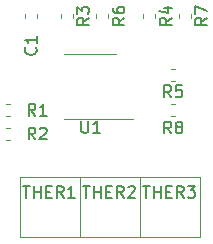
<source format=gbr>
%TF.GenerationSoftware,KiCad,Pcbnew,5.1.6+dfsg1-1*%
%TF.CreationDate,2020-09-13T10:33:18+10:00*%
%TF.ProjectId,thermistor-to-digispark,74686572-6d69-4737-946f-722d61646170,rev?*%
%TF.SameCoordinates,Original*%
%TF.FileFunction,Legend,Top*%
%TF.FilePolarity,Positive*%
%FSLAX46Y46*%
G04 Gerber Fmt 4.6, Leading zero omitted, Abs format (unit mm)*
G04 Created by KiCad (PCBNEW 5.1.6+dfsg1-1) date 2020-09-13 10:33:18*
%MOMM*%
%LPD*%
G01*
G04 APERTURE LIST*
%ADD10C,0.120000*%
%ADD11C,0.150000*%
G04 APERTURE END LIST*
D10*
X142240000Y-111760000D02*
X137160000Y-111760000D01*
X142240000Y-106680000D02*
X142240000Y-111760000D01*
X137160000Y-106680000D02*
X142240000Y-106680000D01*
X137160000Y-111760000D02*
X132080000Y-111760000D01*
X137160000Y-106680000D02*
X137160000Y-111760000D01*
X132080000Y-106680000D02*
X137160000Y-106680000D01*
X127000000Y-111760000D02*
X127000000Y-106680000D01*
X132080000Y-111760000D02*
X127000000Y-111760000D01*
X132080000Y-106680000D02*
X132080000Y-111760000D01*
X127000000Y-106680000D02*
X132080000Y-106680000D01*
D11*
X137461904Y-107402380D02*
X138033333Y-107402380D01*
X137747619Y-108402380D02*
X137747619Y-107402380D01*
X138366666Y-108402380D02*
X138366666Y-107402380D01*
X138366666Y-107878571D02*
X138938095Y-107878571D01*
X138938095Y-108402380D02*
X138938095Y-107402380D01*
X139414285Y-107878571D02*
X139747619Y-107878571D01*
X139890476Y-108402380D02*
X139414285Y-108402380D01*
X139414285Y-107402380D01*
X139890476Y-107402380D01*
X140890476Y-108402380D02*
X140557142Y-107926190D01*
X140319047Y-108402380D02*
X140319047Y-107402380D01*
X140700000Y-107402380D01*
X140795238Y-107450000D01*
X140842857Y-107497619D01*
X140890476Y-107592857D01*
X140890476Y-107735714D01*
X140842857Y-107830952D01*
X140795238Y-107878571D01*
X140700000Y-107926190D01*
X140319047Y-107926190D01*
X141223809Y-107402380D02*
X141842857Y-107402380D01*
X141509523Y-107783333D01*
X141652380Y-107783333D01*
X141747619Y-107830952D01*
X141795238Y-107878571D01*
X141842857Y-107973809D01*
X141842857Y-108211904D01*
X141795238Y-108307142D01*
X141747619Y-108354761D01*
X141652380Y-108402380D01*
X141366666Y-108402380D01*
X141271428Y-108354761D01*
X141223809Y-108307142D01*
X132381904Y-107402380D02*
X132953333Y-107402380D01*
X132667619Y-108402380D02*
X132667619Y-107402380D01*
X133286666Y-108402380D02*
X133286666Y-107402380D01*
X133286666Y-107878571D02*
X133858095Y-107878571D01*
X133858095Y-108402380D02*
X133858095Y-107402380D01*
X134334285Y-107878571D02*
X134667619Y-107878571D01*
X134810476Y-108402380D02*
X134334285Y-108402380D01*
X134334285Y-107402380D01*
X134810476Y-107402380D01*
X135810476Y-108402380D02*
X135477142Y-107926190D01*
X135239047Y-108402380D02*
X135239047Y-107402380D01*
X135620000Y-107402380D01*
X135715238Y-107450000D01*
X135762857Y-107497619D01*
X135810476Y-107592857D01*
X135810476Y-107735714D01*
X135762857Y-107830952D01*
X135715238Y-107878571D01*
X135620000Y-107926190D01*
X135239047Y-107926190D01*
X136191428Y-107497619D02*
X136239047Y-107450000D01*
X136334285Y-107402380D01*
X136572380Y-107402380D01*
X136667619Y-107450000D01*
X136715238Y-107497619D01*
X136762857Y-107592857D01*
X136762857Y-107688095D01*
X136715238Y-107830952D01*
X136143809Y-108402380D01*
X136762857Y-108402380D01*
X127301904Y-107402380D02*
X127873333Y-107402380D01*
X127587619Y-108402380D02*
X127587619Y-107402380D01*
X128206666Y-108402380D02*
X128206666Y-107402380D01*
X128206666Y-107878571D02*
X128778095Y-107878571D01*
X128778095Y-108402380D02*
X128778095Y-107402380D01*
X129254285Y-107878571D02*
X129587619Y-107878571D01*
X129730476Y-108402380D02*
X129254285Y-108402380D01*
X129254285Y-107402380D01*
X129730476Y-107402380D01*
X130730476Y-108402380D02*
X130397142Y-107926190D01*
X130159047Y-108402380D02*
X130159047Y-107402380D01*
X130540000Y-107402380D01*
X130635238Y-107450000D01*
X130682857Y-107497619D01*
X130730476Y-107592857D01*
X130730476Y-107735714D01*
X130682857Y-107830952D01*
X130635238Y-107878571D01*
X130540000Y-107926190D01*
X130159047Y-107926190D01*
X131682857Y-108402380D02*
X131111428Y-108402380D01*
X131397142Y-108402380D02*
X131397142Y-107402380D01*
X131301904Y-107545238D01*
X131206666Y-107640476D01*
X131111428Y-107688095D01*
D10*
%TO.C,R8*%
X139828733Y-100490000D02*
X140171267Y-100490000D01*
X139828733Y-101510000D02*
X140171267Y-101510000D01*
%TO.C,R7*%
X141510000Y-92828733D02*
X141510000Y-93171267D01*
X140490000Y-92828733D02*
X140490000Y-93171267D01*
%TO.C,R6*%
X134510000Y-92828733D02*
X134510000Y-93171267D01*
X133490000Y-92828733D02*
X133490000Y-93171267D01*
%TO.C,R2*%
X125837221Y-102490000D02*
X126162779Y-102490000D01*
X125837221Y-103510000D02*
X126162779Y-103510000D01*
%TO.C,R1*%
X125837221Y-100490000D02*
X126162779Y-100490000D01*
X125837221Y-101510000D02*
X126162779Y-101510000D01*
%TO.C,R5*%
X140171267Y-98510000D02*
X139828733Y-98510000D01*
X140171267Y-97490000D02*
X139828733Y-97490000D01*
%TO.C,R4*%
X138510000Y-92828733D02*
X138510000Y-93171267D01*
X137490000Y-92828733D02*
X137490000Y-93171267D01*
%TO.C,R3*%
X131510000Y-92828733D02*
X131510000Y-93171267D01*
X130490000Y-92828733D02*
X130490000Y-93171267D01*
%TO.C,C1*%
X127490000Y-93162779D02*
X127490000Y-92837221D01*
X128510000Y-93162779D02*
X128510000Y-92837221D01*
%TO.C,U1*%
X133000000Y-96265000D02*
X130800000Y-96265000D01*
X133000000Y-96265000D02*
X135200000Y-96265000D01*
X133000000Y-101735000D02*
X130800000Y-101735000D01*
X133000000Y-101735000D02*
X136600000Y-101735000D01*
%TO.C,R8*%
D11*
X139833333Y-102952380D02*
X139500000Y-102476190D01*
X139261904Y-102952380D02*
X139261904Y-101952380D01*
X139642857Y-101952380D01*
X139738095Y-102000000D01*
X139785714Y-102047619D01*
X139833333Y-102142857D01*
X139833333Y-102285714D01*
X139785714Y-102380952D01*
X139738095Y-102428571D01*
X139642857Y-102476190D01*
X139261904Y-102476190D01*
X140404761Y-102380952D02*
X140309523Y-102333333D01*
X140261904Y-102285714D01*
X140214285Y-102190476D01*
X140214285Y-102142857D01*
X140261904Y-102047619D01*
X140309523Y-102000000D01*
X140404761Y-101952380D01*
X140595238Y-101952380D01*
X140690476Y-102000000D01*
X140738095Y-102047619D01*
X140785714Y-102142857D01*
X140785714Y-102190476D01*
X140738095Y-102285714D01*
X140690476Y-102333333D01*
X140595238Y-102380952D01*
X140404761Y-102380952D01*
X140309523Y-102428571D01*
X140261904Y-102476190D01*
X140214285Y-102571428D01*
X140214285Y-102761904D01*
X140261904Y-102857142D01*
X140309523Y-102904761D01*
X140404761Y-102952380D01*
X140595238Y-102952380D01*
X140690476Y-102904761D01*
X140738095Y-102857142D01*
X140785714Y-102761904D01*
X140785714Y-102571428D01*
X140738095Y-102476190D01*
X140690476Y-102428571D01*
X140595238Y-102380952D01*
%TO.C,R7*%
X142882380Y-93166666D02*
X142406190Y-93500000D01*
X142882380Y-93738095D02*
X141882380Y-93738095D01*
X141882380Y-93357142D01*
X141930000Y-93261904D01*
X141977619Y-93214285D01*
X142072857Y-93166666D01*
X142215714Y-93166666D01*
X142310952Y-93214285D01*
X142358571Y-93261904D01*
X142406190Y-93357142D01*
X142406190Y-93738095D01*
X141882380Y-92833333D02*
X141882380Y-92166666D01*
X142882380Y-92595238D01*
%TO.C,R6*%
X135882380Y-93166666D02*
X135406190Y-93500000D01*
X135882380Y-93738095D02*
X134882380Y-93738095D01*
X134882380Y-93357142D01*
X134930000Y-93261904D01*
X134977619Y-93214285D01*
X135072857Y-93166666D01*
X135215714Y-93166666D01*
X135310952Y-93214285D01*
X135358571Y-93261904D01*
X135406190Y-93357142D01*
X135406190Y-93738095D01*
X134882380Y-92309523D02*
X134882380Y-92500000D01*
X134930000Y-92595238D01*
X134977619Y-92642857D01*
X135120476Y-92738095D01*
X135310952Y-92785714D01*
X135691904Y-92785714D01*
X135787142Y-92738095D01*
X135834761Y-92690476D01*
X135882380Y-92595238D01*
X135882380Y-92404761D01*
X135834761Y-92309523D01*
X135787142Y-92261904D01*
X135691904Y-92214285D01*
X135453809Y-92214285D01*
X135358571Y-92261904D01*
X135310952Y-92309523D01*
X135263333Y-92404761D01*
X135263333Y-92595238D01*
X135310952Y-92690476D01*
X135358571Y-92738095D01*
X135453809Y-92785714D01*
%TO.C,R2*%
X128333333Y-103452380D02*
X128000000Y-102976190D01*
X127761904Y-103452380D02*
X127761904Y-102452380D01*
X128142857Y-102452380D01*
X128238095Y-102500000D01*
X128285714Y-102547619D01*
X128333333Y-102642857D01*
X128333333Y-102785714D01*
X128285714Y-102880952D01*
X128238095Y-102928571D01*
X128142857Y-102976190D01*
X127761904Y-102976190D01*
X128714285Y-102547619D02*
X128761904Y-102500000D01*
X128857142Y-102452380D01*
X129095238Y-102452380D01*
X129190476Y-102500000D01*
X129238095Y-102547619D01*
X129285714Y-102642857D01*
X129285714Y-102738095D01*
X129238095Y-102880952D01*
X128666666Y-103452380D01*
X129285714Y-103452380D01*
%TO.C,R1*%
X128333333Y-101452380D02*
X128000000Y-100976190D01*
X127761904Y-101452380D02*
X127761904Y-100452380D01*
X128142857Y-100452380D01*
X128238095Y-100500000D01*
X128285714Y-100547619D01*
X128333333Y-100642857D01*
X128333333Y-100785714D01*
X128285714Y-100880952D01*
X128238095Y-100928571D01*
X128142857Y-100976190D01*
X127761904Y-100976190D01*
X129285714Y-101452380D02*
X128714285Y-101452380D01*
X129000000Y-101452380D02*
X129000000Y-100452380D01*
X128904761Y-100595238D01*
X128809523Y-100690476D01*
X128714285Y-100738095D01*
%TO.C,R5*%
X139833333Y-99882380D02*
X139500000Y-99406190D01*
X139261904Y-99882380D02*
X139261904Y-98882380D01*
X139642857Y-98882380D01*
X139738095Y-98930000D01*
X139785714Y-98977619D01*
X139833333Y-99072857D01*
X139833333Y-99215714D01*
X139785714Y-99310952D01*
X139738095Y-99358571D01*
X139642857Y-99406190D01*
X139261904Y-99406190D01*
X140738095Y-98882380D02*
X140261904Y-98882380D01*
X140214285Y-99358571D01*
X140261904Y-99310952D01*
X140357142Y-99263333D01*
X140595238Y-99263333D01*
X140690476Y-99310952D01*
X140738095Y-99358571D01*
X140785714Y-99453809D01*
X140785714Y-99691904D01*
X140738095Y-99787142D01*
X140690476Y-99834761D01*
X140595238Y-99882380D01*
X140357142Y-99882380D01*
X140261904Y-99834761D01*
X140214285Y-99787142D01*
%TO.C,R4*%
X139882380Y-93166666D02*
X139406190Y-93500000D01*
X139882380Y-93738095D02*
X138882380Y-93738095D01*
X138882380Y-93357142D01*
X138930000Y-93261904D01*
X138977619Y-93214285D01*
X139072857Y-93166666D01*
X139215714Y-93166666D01*
X139310952Y-93214285D01*
X139358571Y-93261904D01*
X139406190Y-93357142D01*
X139406190Y-93738095D01*
X139215714Y-92309523D02*
X139882380Y-92309523D01*
X138834761Y-92547619D02*
X139549047Y-92785714D01*
X139549047Y-92166666D01*
%TO.C,R3*%
X132882380Y-93166666D02*
X132406190Y-93500000D01*
X132882380Y-93738095D02*
X131882380Y-93738095D01*
X131882380Y-93357142D01*
X131930000Y-93261904D01*
X131977619Y-93214285D01*
X132072857Y-93166666D01*
X132215714Y-93166666D01*
X132310952Y-93214285D01*
X132358571Y-93261904D01*
X132406190Y-93357142D01*
X132406190Y-93738095D01*
X131882380Y-92833333D02*
X131882380Y-92214285D01*
X132263333Y-92547619D01*
X132263333Y-92404761D01*
X132310952Y-92309523D01*
X132358571Y-92261904D01*
X132453809Y-92214285D01*
X132691904Y-92214285D01*
X132787142Y-92261904D01*
X132834761Y-92309523D01*
X132882380Y-92404761D01*
X132882380Y-92690476D01*
X132834761Y-92785714D01*
X132787142Y-92833333D01*
%TO.C,C1*%
X128357142Y-95666666D02*
X128404761Y-95714285D01*
X128452380Y-95857142D01*
X128452380Y-95952380D01*
X128404761Y-96095238D01*
X128309523Y-96190476D01*
X128214285Y-96238095D01*
X128023809Y-96285714D01*
X127880952Y-96285714D01*
X127690476Y-96238095D01*
X127595238Y-96190476D01*
X127500000Y-96095238D01*
X127452380Y-95952380D01*
X127452380Y-95857142D01*
X127500000Y-95714285D01*
X127547619Y-95666666D01*
X128452380Y-94714285D02*
X128452380Y-95285714D01*
X128452380Y-95000000D02*
X127452380Y-95000000D01*
X127595238Y-95095238D01*
X127690476Y-95190476D01*
X127738095Y-95285714D01*
%TO.C,U1*%
X132238095Y-101902380D02*
X132238095Y-102711904D01*
X132285714Y-102807142D01*
X132333333Y-102854761D01*
X132428571Y-102902380D01*
X132619047Y-102902380D01*
X132714285Y-102854761D01*
X132761904Y-102807142D01*
X132809523Y-102711904D01*
X132809523Y-101902380D01*
X133809523Y-102902380D02*
X133238095Y-102902380D01*
X133523809Y-102902380D02*
X133523809Y-101902380D01*
X133428571Y-102045238D01*
X133333333Y-102140476D01*
X133238095Y-102188095D01*
%TD*%
M02*

</source>
